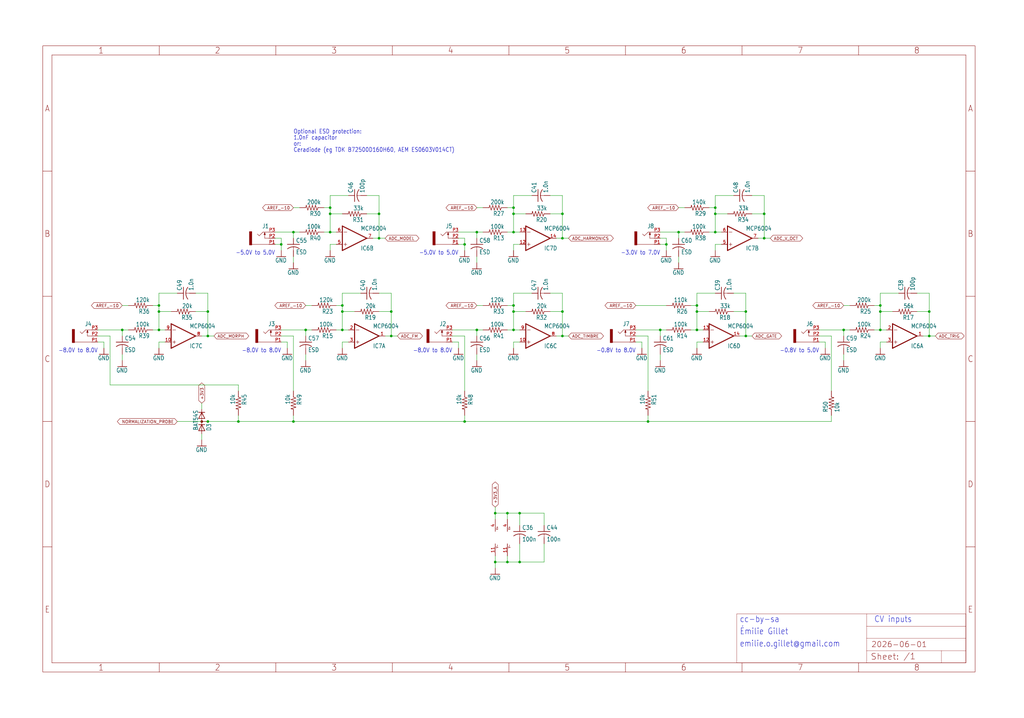
<source format=kicad_sch>
(kicad_sch (version 20231120) (generator "eeschema") (generator_version "8.0")
  (paper "User" 425.45 298.602)
  (lib_symbols
    (symbol "plaits4U-eagle-import:A3L-LOC"
      (symbol "A3L-LOC_1_0"
        (text "${#}/${##}" (at 357.505 5.08 0) (effects (font (size 2.54 2.54)) (justify left bottom)))
        (text "${CURRENT_DATE}" (at 344.17 10.16 0) (effects (font (size 2.286 2.286)) (justify left bottom)))
        (text "${PROJECTNAME}" (at 344.17 15.24 0) (effects (font (size 2.54 2.54)) (justify left bottom)))
        (text "1" (at 24.2094 1.905 0) (effects (font (size 2.54 2.286))))
        (text "1" (at 24.2094 258.445 0) (effects (font (size 2.54 2.286))))
        (text "2" (at 72.6281 1.905 0) (effects (font (size 2.54 2.286))))
        (text "2" (at 72.6281 258.445 0) (effects (font (size 2.54 2.286))))
        (text "3" (at 121.0469 1.905 0) (effects (font (size 2.54 2.286))))
        (text "3" (at 121.0469 258.445 0) (effects (font (size 2.54 2.286))))
        (text "4" (at 169.4656 1.905 0) (effects (font (size 2.54 2.286))))
        (text "4" (at 169.4656 258.445 0) (effects (font (size 2.54 2.286))))
        (text "5" (at 217.8844 1.905 0) (effects (font (size 2.54 2.286))))
        (text "5" (at 217.8844 258.445 0) (effects (font (size 2.54 2.286))))
        (text "6" (at 266.3031 1.905 0) (effects (font (size 2.54 2.286))))
        (text "6" (at 266.3031 258.445 0) (effects (font (size 2.54 2.286))))
        (text "7" (at 314.7219 1.905 0) (effects (font (size 2.54 2.286))))
        (text "7" (at 314.7219 258.445 0) (effects (font (size 2.54 2.286))))
        (text "8" (at 363.1406 1.905 0) (effects (font (size 2.54 2.286))))
        (text "8" (at 363.1406 258.445 0) (effects (font (size 2.54 2.286))))
        (text "A" (at 1.905 234.315 0) (effects (font (size 2.54 2.286))))
        (text "A" (at 385.445 234.315 0) (effects (font (size 2.54 2.286))))
        (text "B" (at 1.905 182.245 0) (effects (font (size 2.54 2.286))))
        (text "B" (at 385.445 182.245 0) (effects (font (size 2.54 2.286))))
        (text "C" (at 1.905 130.175 0) (effects (font (size 2.54 2.286))))
        (text "C" (at 385.445 130.175 0) (effects (font (size 2.54 2.286))))
        (text "D" (at 1.905 78.105 0) (effects (font (size 2.54 2.286))))
        (text "D" (at 385.445 78.105 0) (effects (font (size 2.54 2.286))))
        (text "E" (at 1.905 26.035 0) (effects (font (size 2.54 2.286))))
        (text "E" (at 385.445 26.035 0) (effects (font (size 2.54 2.286))))
        (text "Sheet:" (at 343.916 4.953 0) (effects (font (size 2.54 2.54)) (justify left bottom)))
      )
    )
    (symbol "plaits4U-eagle-import:C-USC0402"
      (property "Reference" "C" (at 1.016 0.635 0))
      (symbol "C-USC0402_1_0"
        (pin passive line (at 0 2.54 270) (length 2.54) (name "1") (number "1"))
        (pin passive line (at 0 -5.08 90) (length 2.54) (name "2") (number "2"))
      )
    )
    (symbol "plaits4U-eagle-import:C-USC0603"
      (property "Reference" "C" (at 1.016 0.635 0))
      (symbol "C-USC0603_1_0"
        (pin passive line (at 0 2.54 270) (length 2.54) (name "1") (number "1"))
        (pin passive line (at 0 -5.08 90) (length 2.54) (name "2") (number "2"))
      )
    )
    (symbol "plaits4U-eagle-import:DIODE_2CACA-SOT23"
      (property "Reference" "D" (at 0.762 2.0066 0))
      (symbol "DIODE_2CACA-SOT23_1_0"
        (pin passive line (at 5.08 0 180) (length 2.54) (name "A") (number "1"))
        (pin passive line (at -5.08 0 0) (length 2.54) (name "C") (number "2"))
        (pin passive line (at 0 2.54 270) (length 2.54) (name "AC") (number "3"))
      )
    )
    (symbol "plaits4U-eagle-import:GND" (power)
      (symbol "GND_1_0"
        (pin power_in line (at 0 2.54 270) (length 2.54) (name "GND") (number "1"))
      )
    )
    (symbol "plaits4U-eagle-import:PJ301_THONKICONN6"
      (property "Reference" "J" (at -2.54 4.064 0))
      (symbol "PJ301_THONKICONN6_1_0"
        (pin passive line (at -5.08 -2.54 0) (length 2.54) (name "1") (number "P1"))
        (pin passive line (at -5.08 0 0) (length 2.54) (name "2") (number "P2"))
        (pin passive line (at -5.08 2.54 0) (length 2.54) (name "3") (number "P3"))
      )
    )
    (symbol "plaits4U-eagle-import:R-US_R0402"
      (property "Reference" "R" (at -3.81 1.4986 0))
      (symbol "R-US_R0402_1_0"
        (pin passive line (at -5.08 0 0) (length 2.54) (name "1") (number "1"))
        (pin passive line (at 5.08 0 180) (length 2.54) (name "2") (number "2"))
      )
    )
    (symbol "plaits4U-eagle-import:TL074PW"
      (symbol "TL074PW_1_0"
        (pin output line (at 7.62 0 180) (length 2.54) (name "OUT") (number "1"))
        (pin input line (at -7.62 -2.54 0) (length 2.54) (name "-IN") (number "2"))
        (pin input line (at -7.62 2.54 0) (length 2.54) (name "+IN") (number "3"))
      )
      (symbol "TL074PW_2_0"
        (pin input line (at -7.62 2.54 0) (length 2.54) (name "+IN") (number "5"))
        (pin input line (at -7.62 -2.54 0) (length 2.54) (name "-IN") (number "6"))
        (pin output line (at 7.62 0 180) (length 2.54) (name "OUT") (number "7"))
      )
      (symbol "TL074PW_3_0"
        (pin input line (at -7.62 2.54 0) (length 2.54) (name "+IN") (number "10"))
        (pin output line (at 7.62 0 180) (length 2.54) (name "OUT") (number "8"))
        (pin input line (at -7.62 -2.54 0) (length 2.54) (name "-IN") (number "9"))
      )
      (symbol "TL074PW_4_0"
        (pin input line (at -7.62 2.54 0) (length 2.54) (name "+IN") (number "12"))
        (pin input line (at -7.62 -2.54 0) (length 2.54) (name "-IN") (number "13"))
        (pin output line (at 7.62 0 180) (length 2.54) (name "OUT") (number "14"))
      )
      (symbol "TL074PW_5_0"
        (text "V+" (at 1.27 3.175 900) (effects (font (size 0.8128 0.6908)) (justify left bottom)))
        (text "V-" (at 1.27 -4.445 900) (effects (font (size 0.8128 0.6908)) (justify left bottom)))
        (pin power_in line (at 0 -7.62 90) (length 5.08) (name "V-") (number "11"))
        (pin power_in line (at 0 7.62 270) (length 5.08) (name "V+") (number "4"))
      )
    )
  )
  (junction (at 233.68 88.9))
  (junction (at 365.76 129.54))
  (junction (at 297.18 96.52))
  (junction (at 309.88 129.54))
  (junction (at 386.08 129.54))
  (junction (at 66.04 127))
  (junction (at 289.56 129.54))
  (junction (at 205.74 233.68))
  (junction (at 274.32 137.16))
  (junction (at 213.36 96.52))
  (junction (at 157.48 88.9))
  (junction (at 137.16 96.52))
  (junction (at 289.56 137.16))
  (junction (at 142.24 137.16))
  (junction (at 365.76 127))
  (junction (at 157.48 99.06))
  (junction (at 198.12 96.52))
  (junction (at 121.92 175.26))
  (junction (at 121.92 96.52))
  (junction (at 99.06 175.26))
  (junction (at 317.5 99.06))
  (junction (at 233.68 129.54))
  (junction (at 365.76 137.16))
  (junction (at 193.04 101.6))
  (junction (at 137.16 86.36))
  (junction (at 66.04 137.16))
  (junction (at 86.36 129.54))
  (junction (at 317.5 88.9))
  (junction (at 213.36 86.36))
  (junction (at 142.24 127))
  (junction (at 66.04 129.54))
  (junction (at 127 137.16))
  (junction (at 215.9 213.36))
  (junction (at 210.82 213.36))
  (junction (at 309.88 139.7))
  (junction (at 386.08 139.7))
  (junction (at 86.36 139.7))
  (junction (at 233.68 139.7))
  (junction (at 210.82 233.68))
  (junction (at 205.74 213.36))
  (junction (at 276.86 101.6))
  (junction (at 269.24 175.26))
  (junction (at 86.36 175.26))
  (junction (at 350.52 137.16))
  (junction (at 50.8 137.16))
  (junction (at 213.36 88.9))
  (junction (at 297.18 88.9))
  (junction (at 297.18 86.36))
  (junction (at 213.36 127))
  (junction (at 137.16 88.9))
  (junction (at 198.12 137.16))
  (junction (at 281.94 96.52))
  (junction (at 233.68 99.06))
  (junction (at 142.24 129.54))
  (junction (at 116.84 101.6))
  (junction (at 162.56 139.7))
  (junction (at 162.56 129.54))
  (junction (at 213.36 129.54))
  (junction (at 215.9 233.68))
  (junction (at 193.04 175.26))
  (junction (at 289.56 127))
  (junction (at 213.36 137.16))
  (wire (pts (xy 45.72 160.02) (xy 99.06 160.02)) (stroke (width 0.1524)))
  (wire (pts (xy 187.96 142.24) (xy 190.5 142.24)) (stroke (width 0.1524)))
  (wire (pts (xy 363.22 127) (xy 365.76 127)) (stroke (width 0.1524)))
  (wire (pts (xy 86.36 139.7) (xy 83.82 139.7)) (stroke (width 0.1524)))
  (wire (pts (xy 210.82 96.52) (xy 213.36 96.52)) (stroke (width 0.1524)))
  (wire (pts (xy 198.12 106.68) (xy 198.12 109.22)) (stroke (width 0.1524)))
  (wire (pts (xy 116.84 101.6) (xy 116.84 104.14)) (stroke (width 0.1524)))
  (wire (pts (xy 157.48 88.9) (xy 157.48 99.06)) (stroke (width 0.1524)))
  (wire (pts (xy 40.64 142.24) (xy 43.18 142.24)) (stroke (width 0.1524)))
  (wire (pts (xy 289.56 129.54) (xy 289.56 137.16)) (stroke (width 0.1524)))
  (wire (pts (xy 134.62 86.36) (xy 137.16 86.36)) (stroke (width 0.1524)))
  (wire (pts (xy 139.7 137.16) (xy 142.24 137.16)) (stroke (width 0.1524)))
  (wire (pts (xy 50.8 139.7) (xy 50.8 137.16)) (stroke (width 0.1524)))
  (wire (pts (xy 215.9 213.36) (xy 226.06 213.36)) (stroke (width 0.1524)))
  (wire (pts (xy 213.36 101.6) (xy 213.36 104.14)) (stroke (width 0.1524)))
  (wire (pts (xy 215.9 101.6) (xy 213.36 101.6)) (stroke (width 0.1524)))
  (wire (pts (xy 289.56 137.16) (xy 292.1 137.16)) (stroke (width 0.1524)))
  (wire (pts (xy 121.92 175.26) (xy 99.06 175.26)) (stroke (width 0.1524)))
  (wire (pts (xy 137.16 101.6) (xy 137.16 104.14)) (stroke (width 0.1524)))
  (wire (pts (xy 297.18 121.92) (xy 289.56 121.92)) (stroke (width 0.1524)))
  (wire (pts (xy 66.04 129.54) (xy 66.04 137.16)) (stroke (width 0.1524)))
  (wire (pts (xy 116.84 137.16) (xy 127 137.16)) (stroke (width 0.1524)))
  (wire (pts (xy 193.04 99.06) (xy 193.04 101.6)) (stroke (width 0.1524)))
  (wire (pts (xy 228.6 88.9) (xy 233.68 88.9)) (stroke (width 0.1524)))
  (wire (pts (xy 193.04 139.7) (xy 193.04 162.56)) (stroke (width 0.1524)))
  (wire (pts (xy 190.5 101.6) (xy 193.04 101.6)) (stroke (width 0.1524)))
  (wire (pts (xy 205.74 233.68) (xy 210.82 233.68)) (stroke (width 0.1524)))
  (wire (pts (xy 121.92 139.7) (xy 121.92 162.56)) (stroke (width 0.1524)))
  (wire (pts (xy 287.02 137.16) (xy 289.56 137.16)) (stroke (width 0.1524)))
  (wire (pts (xy 142.24 88.9) (xy 137.16 88.9)) (stroke (width 0.1524)))
  (wire (pts (xy 340.36 139.7) (xy 345.44 139.7)) (stroke (width 0.1524)))
  (wire (pts (xy 190.5 142.24) (xy 190.5 144.78)) (stroke (width 0.1524)))
  (wire (pts (xy 317.5 99.06) (xy 314.96 99.06)) (stroke (width 0.1524)))
  (wire (pts (xy 205.74 215.9) (xy 205.74 213.36)) (stroke (width 0.1524)))
  (wire (pts (xy 114.3 101.6) (xy 116.84 101.6)) (stroke (width 0.1524)))
  (wire (pts (xy 309.88 139.7) (xy 307.34 139.7)) (stroke (width 0.1524)))
  (wire (pts (xy 297.18 101.6) (xy 297.18 104.14)) (stroke (width 0.1524)))
  (wire (pts (xy 353.06 127) (xy 350.52 127)) (stroke (width 0.1524)))
  (wire (pts (xy 210.82 127) (xy 213.36 127)) (stroke (width 0.1524)))
  (wire (pts (xy 340.36 137.16) (xy 350.52 137.16)) (stroke (width 0.1524)))
  (wire (pts (xy 215.9 213.36) (xy 215.9 218.44)) (stroke (width 0.1524)))
  (wire (pts (xy 66.04 127) (xy 66.04 129.54)) (stroke (width 0.1524)))
  (wire (pts (xy 121.92 99.06) (xy 121.92 96.52)) (stroke (width 0.1524)))
  (wire (pts (xy 162.56 139.7) (xy 160.02 139.7)) (stroke (width 0.1524)))
  (wire (pts (xy 198.12 137.16) (xy 198.12 139.7)) (stroke (width 0.1524)))
  (wire (pts (xy 142.24 142.24) (xy 142.24 144.78)) (stroke (width 0.1524)))
  (wire (pts (xy 198.12 99.06) (xy 198.12 96.52)) (stroke (width 0.1524)))
  (wire (pts (xy 264.16 142.24) (xy 266.7 142.24)) (stroke (width 0.1524)))
  (wire (pts (xy 289.56 142.24) (xy 289.56 144.78)) (stroke (width 0.1524)))
  (wire (pts (xy 284.48 86.36) (xy 281.94 86.36)) (stroke (width 0.1524)))
  (wire (pts (xy 127 139.7) (xy 127 137.16)) (stroke (width 0.1524)))
  (wire (pts (xy 381 121.92) (xy 386.08 121.92)) (stroke (width 0.1524)))
  (wire (pts (xy 127 147.32) (xy 127 149.86)) (stroke (width 0.1524)))
  (wire (pts (xy 297.18 86.36) (xy 297.18 88.9)) (stroke (width 0.1524)))
  (wire (pts (xy 386.08 121.92) (xy 386.08 129.54)) (stroke (width 0.1524)))
  (wire (pts (xy 190.5 99.06) (xy 193.04 99.06)) (stroke (width 0.1524)))
  (wire (pts (xy 345.44 139.7) (xy 345.44 162.56)) (stroke (width 0.1524)))
  (wire (pts (xy 121.92 175.26) (xy 193.04 175.26)) (stroke (width 0.1524)))
  (wire (pts (xy 121.92 106.68) (xy 121.92 109.22)) (stroke (width 0.1524)))
  (wire (pts (xy 200.66 137.16) (xy 198.12 137.16)) (stroke (width 0.1524)))
  (wire (pts (xy 40.64 137.16) (xy 50.8 137.16)) (stroke (width 0.1524)))
  (wire (pts (xy 304.8 121.92) (xy 309.88 121.92)) (stroke (width 0.1524)))
  (wire (pts (xy 210.82 233.68) (xy 215.9 233.68)) (stroke (width 0.1524)))
  (wire (pts (xy 144.78 142.24) (xy 142.24 142.24)) (stroke (width 0.1524)))
  (wire (pts (xy 304.8 129.54) (xy 309.88 129.54)) (stroke (width 0.1524)))
  (wire (pts (xy 193.04 175.26) (xy 193.04 172.72)) (stroke (width 0.1524)))
  (wire (pts (xy 198.12 147.32) (xy 198.12 149.86)) (stroke (width 0.1524)))
  (wire (pts (xy 340.36 142.24) (xy 342.9 142.24)) (stroke (width 0.1524)))
  (wire (pts (xy 281.94 96.52) (xy 284.48 96.52)) (stroke (width 0.1524)))
  (wire (pts (xy 81.28 121.92) (xy 86.36 121.92)) (stroke (width 0.1524)))
  (wire (pts (xy 213.36 96.52) (xy 215.9 96.52)) (stroke (width 0.1524)))
  (wire (pts (xy 317.5 99.06) (xy 320.04 99.06)) (stroke (width 0.1524)))
  (wire (pts (xy 43.18 142.24) (xy 43.18 144.78)) (stroke (width 0.1524)))
  (wire (pts (xy 294.64 129.54) (xy 289.56 129.54)) (stroke (width 0.1524)))
  (wire (pts (xy 193.04 175.26) (xy 269.24 175.26)) (stroke (width 0.1524)))
  (wire (pts (xy 228.6 129.54) (xy 233.68 129.54)) (stroke (width 0.1524)))
  (wire (pts (xy 233.68 139.7) (xy 236.22 139.7)) (stroke (width 0.1524)))
  (wire (pts (xy 228.6 121.92) (xy 233.68 121.92)) (stroke (width 0.1524)))
  (wire (pts (xy 373.38 121.92) (xy 365.76 121.92)) (stroke (width 0.1524)))
  (wire (pts (xy 86.36 175.26) (xy 73.66 175.26)) (stroke (width 0.1524)))
  (wire (pts (xy 233.68 99.06) (xy 231.14 99.06)) (stroke (width 0.1524)))
  (wire (pts (xy 45.72 139.7) (xy 45.72 160.02)) (stroke (width 0.1524)))
  (wire (pts (xy 142.24 137.16) (xy 144.78 137.16)) (stroke (width 0.1524)))
  (wire (pts (xy 200.66 127) (xy 198.12 127)) (stroke (width 0.1524)))
  (wire (pts (xy 213.36 86.36) (xy 213.36 88.9)) (stroke (width 0.1524)))
  (wire (pts (xy 157.48 99.06) (xy 154.94 99.06)) (stroke (width 0.1524)))
  (wire (pts (xy 142.24 127) (xy 142.24 129.54)) (stroke (width 0.1524)))
  (wire (pts (xy 86.36 175.26) (xy 99.06 175.26)) (stroke (width 0.1524)))
  (wire (pts (xy 210.82 215.9) (xy 210.82 213.36)) (stroke (width 0.1524)))
  (wire (pts (xy 233.68 129.54) (xy 233.68 139.7)) (stroke (width 0.1524)))
  (wire (pts (xy 304.8 81.28) (xy 297.18 81.28)) (stroke (width 0.1524)))
  (wire (pts (xy 162.56 121.92) (xy 162.56 129.54)) (stroke (width 0.1524)))
  (wire (pts (xy 121.92 172.72) (xy 121.92 175.26)) (stroke (width 0.1524)))
  (wire (pts (xy 139.7 127) (xy 142.24 127)) (stroke (width 0.1524)))
  (wire (pts (xy 294.64 96.52) (xy 297.18 96.52)) (stroke (width 0.1524)))
  (wire (pts (xy 215.9 233.68) (xy 226.06 233.68)) (stroke (width 0.1524)))
  (wire (pts (xy 215.9 233.68) (xy 215.9 226.06)) (stroke (width 0.1524)))
  (wire (pts (xy 81.28 129.54) (xy 86.36 129.54)) (stroke (width 0.1524)))
  (wire (pts (xy 289.56 121.92) (xy 289.56 127)) (stroke (width 0.1524)))
  (wire (pts (xy 198.12 96.52) (xy 200.66 96.52)) (stroke (width 0.1524)))
  (wire (pts (xy 68.58 142.24) (xy 66.04 142.24)) (stroke (width 0.1524)))
  (wire (pts (xy 50.8 137.16) (xy 53.34 137.16)) (stroke (width 0.1524)))
  (wire (pts (xy 137.16 81.28) (xy 137.16 86.36)) (stroke (width 0.1524)))
  (wire (pts (xy 281.94 99.06) (xy 281.94 96.52)) (stroke (width 0.1524)))
  (wire (pts (xy 66.04 121.92) (xy 66.04 127)) (stroke (width 0.1524)))
  (wire (pts (xy 350.52 137.16) (xy 350.52 139.7)) (stroke (width 0.1524)))
  (wire (pts (xy 190.5 96.52) (xy 198.12 96.52)) (stroke (width 0.1524)))
  (wire (pts (xy 114.3 99.06) (xy 116.84 99.06)) (stroke (width 0.1524)))
  (wire (pts (xy 299.72 101.6) (xy 297.18 101.6)) (stroke (width 0.1524)))
  (wire (pts (xy 345.44 172.72) (xy 345.44 175.26)) (stroke (width 0.1524)))
  (wire (pts (xy 365.76 129.54) (xy 365.76 137.16)) (stroke (width 0.1524)))
  (wire (pts (xy 205.74 233.68) (xy 205.74 236.22)) (stroke (width 0.1524)))
  (wire (pts (xy 127 137.16) (xy 129.54 137.16)) (stroke (width 0.1524)))
  (wire (pts (xy 218.44 88.9) (xy 213.36 88.9)) (stroke (width 0.1524)))
  (wire (pts (xy 365.76 137.16) (xy 368.3 137.16)) (stroke (width 0.1524)))
  (wire (pts (xy 210.82 137.16) (xy 213.36 137.16)) (stroke (width 0.1524)))
  (wire (pts (xy 162.56 129.54) (xy 162.56 139.7)) (stroke (width 0.1524)))
  (wire (pts (xy 226.06 213.36) (xy 226.06 218.44)) (stroke (width 0.1524)))
  (wire (pts (xy 66.04 142.24) (xy 66.04 144.78)) (stroke (width 0.1524)))
  (wire (pts (xy 317.5 88.9) (xy 317.5 99.06)) (stroke (width 0.1524)))
  (wire (pts (xy 121.92 96.52) (xy 124.46 96.52)) (stroke (width 0.1524)))
  (wire (pts (xy 149.86 121.92) (xy 142.24 121.92)) (stroke (width 0.1524)))
  (wire (pts (xy 386.08 139.7) (xy 388.62 139.7)) (stroke (width 0.1524)))
  (wire (pts (xy 144.78 81.28) (xy 137.16 81.28)) (stroke (width 0.1524)))
  (wire (pts (xy 264.16 139.7) (xy 269.24 139.7)) (stroke (width 0.1524)))
  (wire (pts (xy 213.36 137.16) (xy 215.9 137.16)) (stroke (width 0.1524)))
  (wire (pts (xy 137.16 96.52) (xy 139.7 96.52)) (stroke (width 0.1524)))
  (wire (pts (xy 157.48 81.28) (xy 157.48 88.9)) (stroke (width 0.1524)))
  (wire (pts (xy 40.64 139.7) (xy 45.72 139.7)) (stroke (width 0.1524)))
  (wire (pts (xy 274.32 101.6) (xy 276.86 101.6)) (stroke (width 0.1524)))
  (wire (pts (xy 129.54 127) (xy 127 127)) (stroke (width 0.1524)))
  (wire (pts (xy 137.16 86.36) (xy 137.16 88.9)) (stroke (width 0.1524)))
  (wire (pts (xy 312.42 81.28) (xy 317.5 81.28)) (stroke (width 0.1524)))
  (wire (pts (xy 302.26 88.9) (xy 297.18 88.9)) (stroke (width 0.1524)))
  (wire (pts (xy 205.74 231.14) (xy 205.74 233.68)) (stroke (width 0.1524)))
  (wire (pts (xy 213.36 142.24) (xy 213.36 144.78)) (stroke (width 0.1524)))
  (wire (pts (xy 124.46 86.36) (xy 121.92 86.36)) (stroke (width 0.1524)))
  (wire (pts (xy 119.38 142.24) (xy 119.38 144.78)) (stroke (width 0.1524)))
  (wire (pts (xy 157.48 129.54) (xy 162.56 129.54)) (stroke (width 0.1524)))
  (wire (pts (xy 157.48 121.92) (xy 162.56 121.92)) (stroke (width 0.1524)))
  (wire (pts (xy 281.94 106.68) (xy 281.94 109.22)) (stroke (width 0.1524)))
  (wire (pts (xy 233.68 99.06) (xy 236.22 99.06)) (stroke (width 0.1524)))
  (wire (pts (xy 233.68 81.28) (xy 233.68 88.9)) (stroke (width 0.1524)))
  (wire (pts (xy 276.86 99.06) (xy 276.86 101.6)) (stroke (width 0.1524)))
  (wire (pts (xy 317.5 81.28) (xy 317.5 88.9)) (stroke (width 0.1524)))
  (wire (pts (xy 274.32 99.06) (xy 276.86 99.06)) (stroke (width 0.1524)))
  (wire (pts (xy 116.84 99.06) (xy 116.84 101.6)) (stroke (width 0.1524)))
  (wire (pts (xy 274.32 96.52) (xy 281.94 96.52)) (stroke (width 0.1524)))
  (wire (pts (xy 312.42 88.9) (xy 317.5 88.9)) (stroke (width 0.1524)))
  (wire (pts (xy 269.24 139.7) (xy 269.24 162.56)) (stroke (width 0.1524)))
  (wire (pts (xy 53.34 127) (xy 50.8 127)) (stroke (width 0.1524)))
  (wire (pts (xy 370.84 129.54) (xy 365.76 129.54)) (stroke (width 0.1524)))
  (wire (pts (xy 276.86 101.6) (xy 276.86 104.14)) (stroke (width 0.1524)))
  (wire (pts (xy 218.44 129.54) (xy 213.36 129.54)) (stroke (width 0.1524)))
  (wire (pts (xy 213.36 121.92) (xy 213.36 127)) (stroke (width 0.1524)))
  (wire (pts (xy 83.82 180.34) (xy 83.82 182.88)) (stroke (width 0.1524)))
  (wire (pts (xy 213.36 127) (xy 213.36 129.54)) (stroke (width 0.1524)))
  (wire (pts (xy 264.16 137.16) (xy 274.32 137.16)) (stroke (width 0.1524)))
  (wire (pts (xy 233.68 139.7) (xy 231.14 139.7)) (stroke (width 0.1524)))
  (wire (pts (xy 71.12 129.54) (xy 66.04 129.54)) (stroke (width 0.1524)))
  (wire (pts (xy 342.9 142.24) (xy 342.9 144.78)) (stroke (width 0.1524)))
  (wire (pts (xy 210.82 231.14) (xy 210.82 233.68)) (stroke (width 0.1524)))
  (wire (pts (xy 269.24 175.26) (xy 269.24 172.72)) (stroke (width 0.1524)))
  (wire (pts (xy 365.76 142.24) (xy 365.76 144.78)) (stroke (width 0.1524)))
  (wire (pts (xy 297.18 96.52) (xy 299.72 96.52)) (stroke (width 0.1524)))
  (wire (pts (xy 86.36 129.54) (xy 86.36 139.7)) (stroke (width 0.1524)))
  (wire (pts (xy 193.04 101.6) (xy 193.04 104.14)) (stroke (width 0.1524)))
  (wire (pts (xy 86.36 139.7) (xy 88.9 139.7)) (stroke (width 0.1524)))
  (wire (pts (xy 213.36 88.9) (xy 213.36 96.52)) (stroke (width 0.1524)))
  (wire (pts (xy 63.5 137.16) (xy 66.04 137.16)) (stroke (width 0.1524)))
  (wire (pts (xy 187.96 137.16) (xy 198.12 137.16)) (stroke (width 0.1524)))
  (wire (pts (xy 292.1 142.24) (xy 289.56 142.24)) (stroke (width 0.1524)))
  (wire (pts (xy 368.3 142.24) (xy 365.76 142.24)) (stroke (width 0.1524)))
  (wire (pts (xy 350.52 147.32) (xy 350.52 149.86)) (stroke (width 0.1524)))
  (wire (pts (xy 99.06 172.72) (xy 99.06 175.26)) (stroke (width 0.1524)))
  (wire (pts (xy 116.84 139.7) (xy 121.92 139.7)) (stroke (width 0.1524)))
  (wire (pts (xy 274.32 137.16) (xy 274.32 139.7)) (stroke (width 0.1524)))
  (wire (pts (xy 210.82 86.36) (xy 213.36 86.36)) (stroke (width 0.1524)))
  (wire (pts (xy 350.52 137.16) (xy 353.06 137.16)) (stroke (width 0.1524)))
  (wire (pts (xy 205.74 213.36) (xy 205.74 210.82)) (stroke (width 0.1524)))
  (wire (pts (xy 152.4 88.9) (xy 157.48 88.9)) (stroke (width 0.1524)))
  (wire (pts (xy 276.86 127) (xy 264.16 127)) (stroke (width 0.1524)))
  (wire (pts (xy 274.32 147.32) (xy 274.32 149.86)) (stroke (width 0.1524)))
  (wire (pts (xy 287.02 127) (xy 289.56 127)) (stroke (width 0.1524)))
  (wire (pts (xy 116.84 142.24) (xy 119.38 142.24)) (stroke (width 0.1524)))
  (wire (pts (xy 210.82 213.36) (xy 215.9 213.36)) (stroke (width 0.1524)))
  (wire (pts (xy 297.18 88.9) (xy 297.18 96.52)) (stroke (width 0.1524)))
  (wire (pts (xy 266.7 142.24) (xy 266.7 144.78)) (stroke (width 0.1524)))
  (wire (pts (xy 363.22 137.16) (xy 365.76 137.16)) (stroke (width 0.1524)))
  (wire (pts (xy 226.06 233.68) (xy 226.06 226.06)) (stroke (width 0.1524)))
  (wire (pts (xy 233.68 88.9) (xy 233.68 99.06)) (stroke (width 0.1524)))
  (wire (pts (xy 205.74 213.36) (xy 210.82 213.36)) (stroke (width 0.1524)))
  (wire (pts (xy 114.3 96.52) (xy 121.92 96.52)) (stroke (width 0.1524)))
  (wire (pts (xy 309.88 121.92) (xy 309.88 129.54)) (stroke (width 0.1524)))
  (wire (pts (xy 365.76 121.92) (xy 365.76 127)) (stroke (width 0.1524)))
  (wire (pts (xy 142.24 121.92) (xy 142.24 127)) (stroke (width 0.1524)))
  (wire (pts (xy 147.32 129.54) (xy 142.24 129.54)) (stroke (width 0.1524)))
  (wire (pts (xy 66.04 137.16) (xy 68.58 137.16)) (stroke (width 0.1524)))
  (wire (pts (xy 274.32 137.16) (xy 276.86 137.16)) (stroke (width 0.1524)))
  (wire (pts (xy 309.88 129.54) (xy 309.88 139.7)) (stroke (width 0.1524)))
  (wire (pts (xy 215.9 142.24) (xy 213.36 142.24)) (stroke (width 0.1524)))
  (wire (pts (xy 157.48 99.06) (xy 160.02 99.06)) (stroke (width 0.1524)))
  (wire (pts (xy 289.56 127) (xy 289.56 129.54)) (stroke (width 0.1524)))
  (wire (pts (xy 386.08 129.54) (xy 386.08 139.7)) (stroke (width 0.1524)))
  (wire (pts (xy 187.96 139.7) (xy 193.04 139.7)) (stroke (width 0.1524)))
  (wire (pts (xy 220.98 81.28) (xy 213.36 81.28)) (stroke (width 0.1524)))
  (wire (pts (xy 365.76 127) (xy 365.76 129.54)) (stroke (width 0.1524)))
  (wire (pts (xy 152.4 81.28) (xy 157.48 81.28)) (stroke (width 0.1524)))
  (wire (pts (xy 228.6 81.28) (xy 233.68 81.28)) (stroke (width 0.1524)))
  (wire (pts (xy 99.06 160.02) (xy 99.06 162.56)) (stroke (width 0.1524)))
  (wire (pts (xy 309.88 139.7) (xy 312.42 139.7)) (stroke (width 0.1524)))
  (wire (pts (xy 213.36 81.28) (xy 213.36 86.36)) (stroke (width 0.1524)))
  (wire (pts (xy 345.44 175.26) (xy 269.24 175.26)) (stroke (width 0.1524)))
  (wire (pts (xy 383.54 139.7) (xy 386.08 139.7)) (stroke (width 0.1524)))
  (wire (pts (xy 294.64 86.36) (xy 297.18 86.36)) (stroke (width 0.1524)))
  (wire (pts (xy 200.66 86.36) (xy 198.12 86.36)) (stroke (width 0.1524)))
  (wire (pts (xy 139.7 101.6) (xy 137.16 101.6)) (stroke (width 0.1524)))
  (wire (pts (xy 213.36 129.54) (xy 213.36 137.16)) (stroke (width 0.1524)))
  (wire (pts (xy 220.98 121.92) (xy 213.36 121.92)) (stroke (width 0.1524)))
  (wire (pts (xy 162.56 139.7) (xy 165.1 139.7)) (stroke (width 0.1524)))
  (wire (pts (xy 86.36 121.92) (xy 86.36 129.54)) (stroke (width 0.1524)))
  (wire (pts (xy 134.62 96.52) (xy 137.16 96.52)) (stroke (width 0.1524)))
  (wire (pts (xy 233.68 121.92) (xy 233.68 129.54)) (stroke (width 0.1524)))
  (wire (pts (xy 137.16 88.9) (xy 137.16 96.52)) (stroke (width 0.1524)))
  (wire (pts (xy 142.24 129.54) (xy 142.24 137.16)) (stroke (width 0.1524)))
  (wire (pts (xy 381 129.54) (xy 386.08 129.54)) (stroke (width 0.1524)))
  (wire (pts (xy 83.82 170.18) (xy 83.82 167.64)) (stroke (width 0.1524)))
  (wire (pts (xy 50.8 147.32) (xy 50.8 149.86)) (stroke (width 0.1524)))
  (wire (pts (xy 73.66 121.92) (xy 66.04 121.92)) (stroke (width 0.1524)))
  (wire (pts (xy 297.18 81.28) (xy 297.18 86.36)) (stroke (width 0.1524)))
  (wire (pts (xy 63.5 127) (xy 66.04 127)) (stroke (width 0.1524)))
  (text "cc-by-sa" (at 307.34 259.08 0) (effects (font (size 2.54 2.159)) (justify left bottom)))
  (text "emilie.o.gillet@gmail.com" (at 307.34 269.24 0) (effects (font (size 2.54 2.159)) (justify left bottom)))
  (text "-3.0V to 7.0V" (at 274.32 104.14 0) (effects (font (size 1.778 1.5113)) (justify right top)))
  (text "Ceradiode (eg TDK B72500D160H60, AEM ES0603V014CT)" (at 121.92 63.5 0) (effects (font (size 1.778 1.5113)) (justify left bottom)))
  (text "CV inputs" (at 363.22 259.08 0) (effects (font (size 2.54 2.159)) (justify left bottom)))
  (text "Émilie Gillet" (at 307.34 264.16 0) (effects (font (size 2.54 2.159)) (justify left bottom)))
  (text "-0.8V to 5.0V" (at 340.36 144.78 0) (effects (font (size 1.778 1.5113)) (justify right top)))
  (text "or:" (at 121.92 60.96 0) (effects (font (size 1.778 1.5113)) (justify left bottom)))
  (text "-8.0V to 8.0V" (at 187.96 144.78 0) (effects (font (size 1.778 1.5113)) (justify right top)))
  (text "-5.0V to 5.0V" (at 190.5 104.14 0) (effects (font (size 1.778 1.5113)) (justify right top)))
  (text "Optional ESD protection:" (at 121.92 55.88 0) (effects (font (size 1.778 1.5113)) (justify left bottom)))
  (text "-5.0V to 5.0V" (at 114.3 104.14 0) (effects (font (size 1.778 1.5113)) (justify right top)))
  (text "-8.0V to 8.0V" (at 40.64 144.78 0) (effects (font (size 1.778 1.5113)) (justify right top)))
  (text "-8.0V to 8.0V" (at 116.84 144.78 0) (effects (font (size 1.778 1.5113)) (justify right top)))
  (text "1.0nF capacitor" (at 121.92 58.42 0) (effects (font (size 1.778 1.5113)) (justify left bottom)))
  (text "-0.8V to 8.0V" (at 264.16 144.78 0) (effects (font (size 1.778 1.5113)) (justify right top)))
  (global_label "AREF_-10" (shape bidirectional) (at 281.94 86.36 180) (effects (font (size 1.2446 1.2446))) (property "Intersheetrefs" "${INTERSHEET_REFS}" (effects (hide yes))))
  (global_label "+3V3_A" (shape bidirectional) (at 205.74 210.82 90) (effects (font (size 1.2446 1.2446))) (property "Intersheetrefs" "${INTERSHEET_REFS}" (effects (hide yes))))
  (global_label "AREF_-10" (shape bidirectional) (at 198.12 86.36 180) (effects (font (size 1.2446 1.2446))) (property "Intersheetrefs" "${INTERSHEET_REFS}" (effects (hide yes))))
  (global_label "ADC_MORPH" (shape bidirectional) (at 88.9 139.7 0) (effects (font (size 1.2446 1.2446))) (property "Intersheetrefs" "${INTERSHEET_REFS}" (effects (hide yes))))
  (global_label "ADC_TRIG" (shape bidirectional) (at 388.62 139.7 0) (effects (font (size 1.2446 1.2446))) (property "Intersheetrefs" "${INTERSHEET_REFS}" (effects (hide yes))))
  (global_label "ADC_GATE" (shape bidirectional) (at 312.42 139.7 0) (effects (font (size 1.2446 1.2446))) (property "Intersheetrefs" "${INTERSHEET_REFS}" (effects (hide yes))))
  (global_label "ADC_FM" (shape bidirectional) (at 165.1 139.7 0) (effects (font (size 1.2446 1.2446))) (property "Intersheetrefs" "${INTERSHEET_REFS}" (effects (hide yes))))
  (global_label "AREF_-10" (shape bidirectional) (at 127 127 180) (effects (font (size 1.2446 1.2446))) (property "Intersheetrefs" "${INTERSHEET_REFS}" (effects (hide yes))))
  (global_label "NORMALIZATION_PROBE" (shape bidirectional) (at 73.66 175.26 180) (effects (font (size 1.2446 1.2446))) (property "Intersheetrefs" "${INTERSHEET_REFS}" (effects (hide yes))))
  (global_label "AREF_-10" (shape bidirectional) (at 198.12 127 180) (effects (font (size 1.2446 1.2446))) (property "Intersheetrefs" "${INTERSHEET_REFS}" (effects (hide yes))))
  (global_label "AREF_-10" (shape bidirectional) (at 350.52 127 180) (effects (font (size 1.2446 1.2446))) (property "Intersheetrefs" "${INTERSHEET_REFS}" (effects (hide yes))))
  (global_label "AREF_-10" (shape bidirectional) (at 264.16 127 180) (effects (font (size 1.2446 1.2446))) (property "Intersheetrefs" "${INTERSHEET_REFS}" (effects (hide yes))))
  (global_label "ADC_HARMONICS" (shape bidirectional) (at 236.22 99.06 0) (effects (font (size 1.2446 1.2446))) (property "Intersheetrefs" "${INTERSHEET_REFS}" (effects (hide yes))))
  (global_label "ADC_MODEL" (shape bidirectional) (at 160.02 99.06 0) (effects (font (size 1.2446 1.2446))) (property "Intersheetrefs" "${INTERSHEET_REFS}" (effects (hide yes))))
  (global_label "+3V3" (shape bidirectional) (at 83.82 167.64 90) (effects (font (size 1.2446 1.2446))) (property "Intersheetrefs" "${INTERSHEET_REFS}" (effects (hide yes))))
  (global_label "AREF_-10" (shape bidirectional) (at 50.8 127 180) (effects (font (size 1.2446 1.2446))) (property "Intersheetrefs" "${INTERSHEET_REFS}" (effects (hide yes))))
  (global_label "ADC_TIMBRE" (shape bidirectional) (at 236.22 139.7 0) (effects (font (size 1.2446 1.2446))) (property "Intersheetrefs" "${INTERSHEET_REFS}" (effects (hide yes))))
  (global_label "AREF_-10" (shape bidirectional) (at 121.92 86.36 180) (effects (font (size 1.2446 1.2446))) (property "Intersheetrefs" "${INTERSHEET_REFS}" (effects (hide yes))))
  (global_label "ADC_V_OCT" (shape bidirectional) (at 320.04 99.06 0) (effects (font (size 1.2446 1.2446))) (property "Intersheetrefs" "${INTERSHEET_REFS}" (effects (hide yes))))
  (symbol (lib_id "plaits4U-eagle-import:R-US_R0402") (at 129.54 86.36 180) (unit 1)
    (property "Reference" "R30" (at 133.35 87.8586 0) (effects (font (size 1.778 1.5113)) (justify left bottom)))
    (property "Value" "200k" (at 133.35 83.058 0) (effects (font (size 1.778 1.5113)) (justify left bottom)))
    (property "Footprint" "plaits4U:R0402" (effects (hide yes)))
  )
  (symbol (lib_id "plaits4U-eagle-import:R-US_R0402") (at 152.4 129.54 180) (unit 1)
    (property "Reference" "R19" (at 156.21 131.0386 0) (effects (font (size 1.778 1.5113)) (justify left bottom)))
    (property "Value" "20k" (at 156.21 126.238 0) (effects (font (size 1.778 1.5113)) (justify left bottom)))
    (property "Footprint" "plaits4U:R0402" (effects (hide yes)))
  )
  (symbol (lib_id "plaits4U-eagle-import:C-USC0603") (at 350.52 142.24 0) (unit 1)
    (property "Reference" "C59" (at 351.536 141.605 0) (effects (font (size 1.778 1.5113)) (justify left bottom)))
    (property "Value" "ESD" (at 351.536 146.431 0) (effects (font (size 1.778 1.5113)) (justify left bottom)))
    (property "Footprint" "plaits4U:C0603" (effects (hide yes)))
  )
  (symbol (lib_id "plaits4U-eagle-import:R-US_R0402") (at 205.74 127 180) (unit 1)
    (property "Reference" "R33" (at 209.55 128.4986 0) (effects (font (size 1.778 1.5113)) (justify left bottom)))
    (property "Value" "120k" (at 209.55 123.698 0) (effects (font (size 1.778 1.5113)) (justify left bottom)))
    (property "Footprint" "plaits4U:R0402" (effects (hide yes)))
  )
  (symbol (lib_id "plaits4U-eagle-import:PJ301_THONKICONN6") (at 109.22 99.06 0) (mirror y) (unit 1)
    (property "Reference" "J1" (at 111.76 94.996 0) (effects (font (size 1.778 1.5113)) (justify left bottom)))
    (property "Value" "PJ301_THONKICONN6" (effects (hide yes)))
    (property "Footprint" "plaits4U:WQP_PJ_301M6" (effects (hide yes)))
  )
  (symbol (lib_id "plaits4U-eagle-import:GND") (at 142.24 147.32 0) (unit 1)
    (property "Reference" "#GND33" (effects (hide yes)))
    (property "Value" "GND" (at 139.7 149.86 0) (effects (font (size 1.778 1.5113)) (justify left bottom)))
  )
  (symbol (lib_id "plaits4U-eagle-import:C-USC0402") (at 226.06 220.98 0) (unit 1)
    (property "Reference" "C44" (at 227.076 220.345 0) (effects (font (size 1.778 1.5113)) (justify left bottom)))
    (property "Value" "100n" (at 227.076 225.171 0) (effects (font (size 1.778 1.5113)) (justify left bottom)))
    (property "Footprint" "plaits4U:C0402" (effects (hide yes)))
  )
  (symbol (lib_id "plaits4U-eagle-import:GND") (at 121.92 111.76 0) (unit 1)
    (property "Reference" "#GND17" (effects (hide yes)))
    (property "Value" "GND" (at 119.38 114.3 0) (effects (font (size 1.778 1.5113)) (justify left bottom)))
  )
  (symbol (lib_id "plaits4U-eagle-import:C-USC0603") (at 274.32 142.24 0) (unit 1)
    (property "Reference" "C61" (at 275.336 141.605 0) (effects (font (size 1.778 1.5113)) (justify left bottom)))
    (property "Value" "ESD" (at 275.336 146.431 0) (effects (font (size 1.778 1.5113)) (justify left bottom)))
    (property "Footprint" "plaits4U:C0603" (effects (hide yes)))
  )
  (symbol (lib_id "plaits4U-eagle-import:GND") (at 342.9 147.32 0) (unit 1)
    (property "Reference" "#GND15" (effects (hide yes)))
    (property "Value" "GND" (at 340.36 149.86 0) (effects (font (size 1.778 1.5113)) (justify left bottom)))
  )
  (symbol (lib_id "plaits4U-eagle-import:TL074PW") (at 307.34 99.06 0) (mirror x) (unit 2)
    (property "Reference" "IC7" (at 309.88 102.235 0) (effects (font (size 1.778 1.5113)) (justify left bottom)))
    (property "Value" "MCP6004" (at 309.88 93.98 0) (effects (font (size 1.778 1.5113)) (justify left bottom)))
    (property "Footprint" "plaits4U:TSSOP14_065" (effects (hide yes)))
  )
  (symbol (lib_id "plaits4U-eagle-import:GND") (at 190.5 147.32 0) (unit 1)
    (property "Reference" "#GND36" (effects (hide yes)))
    (property "Value" "GND" (at 187.96 149.86 0) (effects (font (size 1.778 1.5113)) (justify left bottom)))
  )
  (symbol (lib_id "plaits4U-eagle-import:GND") (at 289.56 147.32 0) (unit 1)
    (property "Reference" "#GND26" (effects (hide yes)))
    (property "Value" "GND" (at 287.02 149.86 0) (effects (font (size 1.778 1.5113)) (justify left bottom)))
  )
  (symbol (lib_id "plaits4U-eagle-import:GND") (at 137.16 106.68 0) (unit 1)
    (property "Reference" "#GND35" (effects (hide yes)))
    (property "Value" "GND" (at 134.62 109.22 0) (effects (font (size 1.778 1.5113)) (justify left bottom)))
  )
  (symbol (lib_id "plaits4U-eagle-import:C-USC0402") (at 375.92 121.92 90) (unit 1)
    (property "Reference" "C38" (at 375.285 120.904 0) (effects (font (size 1.778 1.5113)) (justify left bottom)))
    (property "Value" "100p" (at 380.111 120.904 0) (effects (font (size 1.778 1.5113)) (justify left bottom)))
    (property "Footprint" "plaits4U:C0402" (effects (hide yes)))
  )
  (symbol (lib_id "plaits4U-eagle-import:PJ301_THONKICONN6") (at 185.42 99.06 0) (mirror y) (unit 1)
    (property "Reference" "J5" (at 187.96 94.996 0) (effects (font (size 1.778 1.5113)) (justify left bottom)))
    (property "Value" "PJ301_THONKICONN6" (effects (hide yes)))
    (property "Footprint" "plaits4U:WQP_PJ_301M6" (effects (hide yes)))
  )
  (symbol (lib_id "plaits4U-eagle-import:GND") (at 116.84 106.68 0) (unit 1)
    (property "Reference" "#GND34" (effects (hide yes)))
    (property "Value" "GND" (at 114.3 109.22 0) (effects (font (size 1.778 1.5113)) (justify left bottom)))
  )
  (symbol (lib_id "plaits4U-eagle-import:GND") (at 66.04 147.32 0) (unit 1)
    (property "Reference" "#GND31" (effects (hide yes)))
    (property "Value" "GND" (at 63.5 149.86 0) (effects (font (size 1.778 1.5113)) (justify left bottom)))
  )
  (symbol (lib_id "plaits4U-eagle-import:R-US_R0402") (at 121.92 167.64 270) (unit 1)
    (property "Reference" "R49" (at 123.4186 163.83 0) (effects (font (size 1.778 1.5113)) (justify left bottom)))
    (property "Value" "10k" (at 118.618 163.83 0) (effects (font (size 1.778 1.5113)) (justify left bottom)))
    (property "Footprint" "plaits4U:R0402" (effects (hide yes)))
  )
  (symbol (lib_id "plaits4U-eagle-import:R-US_R0402") (at 269.24 167.64 270) (unit 1)
    (property "Reference" "R51" (at 270.7386 163.83 0) (effects (font (size 1.778 1.5113)) (justify left bottom)))
    (property "Value" "10k" (at 265.938 163.83 0) (effects (font (size 1.778 1.5113)) (justify left bottom)))
    (property "Footprint" "plaits4U:R0402" (effects (hide yes)))
  )
  (symbol (lib_id "plaits4U-eagle-import:R-US_R0402") (at 289.56 96.52 180) (unit 1)
    (property "Reference" "R38" (at 293.37 98.0186 0) (effects (font (size 1.778 1.5113)) (justify left bottom)))
    (property "Value" "100k" (at 293.37 93.218 0) (effects (font (size 1.778 1.5113)) (justify left bottom)))
    (property "Footprint" "plaits4U:R0402" (effects (hide yes)))
  )
  (symbol (lib_id "plaits4U-eagle-import:C-USC0603") (at 281.94 101.6 0) (unit 1)
    (property "Reference" "C60" (at 282.956 100.965 0) (effects (font (size 1.778 1.5113)) (justify left bottom)))
    (property "Value" "ESD" (at 282.956 105.791 0) (effects (font (size 1.778 1.5113)) (justify left bottom)))
    (property "Footprint" "plaits4U:C0603" (effects (hide yes)))
  )
  (symbol (lib_id "plaits4U-eagle-import:R-US_R0402") (at 345.44 167.64 90) (unit 1)
    (property "Reference" "R50" (at 343.9414 171.45 0) (effects (font (size 1.778 1.5113)) (justify left bottom)))
    (property "Value" "10k" (at 348.742 171.45 0) (effects (font (size 1.778 1.5113)) (justify left bottom)))
    (property "Footprint" "plaits4U:R0402" (effects (hide yes)))
  )
  (symbol (lib_id "plaits4U-eagle-import:R-US_R0402") (at 134.62 137.16 180) (unit 1)
    (property "Reference" "R15" (at 138.43 138.6586 0) (effects (font (size 1.778 1.5113)) (justify left bottom)))
    (property "Value" "100k" (at 138.43 133.858 0) (effects (font (size 1.778 1.5113)) (justify left bottom)))
    (property "Footprint" "plaits4U:R0402" (effects (hide yes)))
  )
  (symbol (lib_id "plaits4U-eagle-import:PJ301_THONKICONN6") (at 35.56 139.7 0) (mirror y) (unit 1)
    (property "Reference" "J4" (at 38.1 135.636 0) (effects (font (size 1.778 1.5113)) (justify left bottom)))
    (property "Value" "PJ301_THONKICONN6" (effects (hide yes)))
    (property "Footprint" "plaits4U:WQP_PJ_301M6" (effects (hide yes)))
  )
  (symbol (lib_id "plaits4U-eagle-import:R-US_R0402") (at 134.62 127 180) (unit 1)
    (property "Reference" "R23" (at 138.43 128.4986 0) (effects (font (size 1.778 1.5113)) (justify left bottom)))
    (property "Value" "120k" (at 138.43 123.698 0) (effects (font (size 1.778 1.5113)) (justify left bottom)))
    (property "Footprint" "plaits4U:R0402" (effects (hide yes)))
  )
  (symbol (lib_id "plaits4U-eagle-import:C-USC0402") (at 223.52 121.92 90) (unit 1)
    (property "Reference" "C47" (at 222.885 120.904 0) (effects (font (size 1.778 1.5113)) (justify left bottom)))
    (property "Value" "1.0n" (at 227.711 120.904 0) (effects (font (size 1.778 1.5113)) (justify left bottom)))
    (property "Footprint" "plaits4U:C0402" (effects (hide yes)))
  )
  (symbol (lib_id "plaits4U-eagle-import:R-US_R0402") (at 223.52 88.9 180) (unit 1)
    (property "Reference" "R20" (at 227.33 90.3986 0) (effects (font (size 1.778 1.5113)) (justify left bottom)))
    (property "Value" "33k" (at 227.33 85.598 0) (effects (font (size 1.778 1.5113)) (justify left bottom)))
    (property "Footprint" "plaits4U:R0402" (effects (hide yes)))
  )
  (symbol (lib_id "plaits4U-eagle-import:GND") (at 213.36 106.68 0) (unit 1)
    (property "Reference" "#GND40" (effects (hide yes)))
    (property "Value" "GND" (at 210.82 109.22 0) (effects (font (size 1.778 1.5113)) (justify left bottom)))
  )
  (symbol (lib_id "plaits4U-eagle-import:GND") (at 365.76 147.32 0) (unit 1)
    (property "Reference" "#GND14" (effects (hide yes)))
    (property "Value" "GND" (at 363.22 149.86 0) (effects (font (size 1.778 1.5113)) (justify left bottom)))
  )
  (symbol (lib_id "plaits4U-eagle-import:GND") (at 43.18 147.32 0) (unit 1)
    (property "Reference" "#GND30" (effects (hide yes)))
    (property "Value" "GND" (at 40.64 149.86 0) (effects (font (size 1.778 1.5113)) (justify left bottom)))
  )
  (symbol (lib_id "plaits4U-eagle-import:C-USC0603") (at 198.12 142.24 0) (unit 1)
    (property "Reference" "C56" (at 199.136 141.605 0) (effects (font (size 1.778 1.5113)) (justify left bottom)))
    (property "Value" "ESD" (at 199.136 146.431 0) (effects (font (size 1.778 1.5113)) (justify left bottom)))
    (property "Footprint" "plaits4U:C0603" (effects (hide yes)))
  )
  (symbol (lib_id "plaits4U-eagle-import:TL074PW") (at 205.74 223.52 0) (unit 5)
    (property "Reference" "IC7" (effects (hide yes)))
    (property "Value" "MCP6004" (effects (hide yes)))
    (property "Footprint" "plaits4U:TSSOP14_065" (effects (hide yes)))
  )
  (symbol (lib_id "plaits4U-eagle-import:R-US_R0402") (at 358.14 127 180) (unit 1)
    (property "Reference" "R25" (at 361.95 128.4986 0) (effects (font (size 1.778 1.5113)) (justify left bottom)))
    (property "Value" "200k" (at 361.95 123.698 0) (effects (font (size 1.778 1.5113)) (justify left bottom)))
    (property "Footprint" "plaits4U:R0402" (effects (hide yes)))
  )
  (symbol (lib_id "plaits4U-eagle-import:TL074PW") (at 147.32 99.06 0) (mirror x) (unit 2)
    (property "Reference" "IC6" (at 149.86 102.235 0) (effects (font (size 1.778 1.5113)) (justify left bottom)))
    (property "Value" "MCP6004" (at 149.86 93.98 0) (effects (font (size 1.778 1.5113)) (justify left bottom)))
    (property "Footprint" "plaits4U:TSSOP14_065" (effects (hide yes)))
  )
  (symbol (lib_id "plaits4U-eagle-import:C-USC0402") (at 299.72 121.92 90) (unit 1)
    (property "Reference" "C39" (at 299.085 120.904 0) (effects (font (size 1.778 1.5113)) (justify left bottom)))
    (property "Value" "1.0n" (at 303.911 120.904 0) (effects (font (size 1.778 1.5113)) (justify left bottom)))
    (property "Footprint" "plaits4U:C0402" (effects (hide yes)))
  )
  (symbol (lib_id "plaits4U-eagle-import:GND") (at 50.8 152.4 0) (unit 1)
    (property "Reference" "#GND75" (effects (hide yes)))
    (property "Value" "GND" (at 48.26 154.94 0) (effects (font (size 1.778 1.5113)) (justify left bottom)))
  )
  (symbol (lib_id "plaits4U-eagle-import:C-USC0603") (at 198.12 101.6 0) (unit 1)
    (property "Reference" "C58" (at 199.136 100.965 0) (effects (font (size 1.778 1.5113)) (justify left bottom)))
    (property "Value" "ESD" (at 199.136 105.791 0) (effects (font (size 1.778 1.5113)) (justify left bottom)))
    (property "Footprint" "plaits4U:C0603" (effects (hide yes)))
  )
  (symbol (lib_id "plaits4U-eagle-import:TL074PW") (at 375.92 139.7 0) (mirror x) (unit 1)
    (property "Reference" "IC6" (at 378.46 142.875 0) (effects (font (size 1.778 1.5113)) (justify left bottom)))
    (property "Value" "MCP6004" (at 378.46 134.62 0) (effects (font (size 1.778 1.5113)) (justify left bottom)))
    (property "Footprint" "plaits4U:TSSOP14_065" (effects (hide yes)))
  )
  (symbol (lib_id "plaits4U-eagle-import:C-USC0603") (at 50.8 142.24 0) (unit 1)
    (property "Reference" "C54" (at 51.816 141.605 0) (effects (font (size 1.778 1.5113)) (justify left bottom)))
    (property "Value" "ESD" (at 51.816 146.431 0) (effects (font (size 1.778 1.5113)) (justify left bottom)))
    (property "Footprint" "plaits4U:C0603" (effects (hide yes)))
  )
  (symbol (lib_id "plaits4U-eagle-import:R-US_R0402") (at 99.06 167.64 270) (unit 1)
    (property "Reference" "R45" (at 100.5586 163.83 0) (effects (font (size 1.778 1.5113)) (justify left bottom)))
    (property "Value" "10k" (at 95.758 163.83 0) (effects (font (size 1.778 1.5113)) (justify left bottom)))
    (property "Footprint" "plaits4U:R0402" (effects (hide yes)))
  )
  (symbol (lib_id "plaits4U-eagle-import:PJ301_THONKICONN6") (at 269.24 99.06 0) (mirror y) (unit 1)
    (property "Reference" "J8" (at 271.78 94.996 0) (effects (font (size 1.778 1.5113)) (justify left bottom)))
    (property "Value" "PJ301_THONKICONN6" (effects (hide yes)))
    (property "Footprint" "plaits4U:WQP_PJ_301M6" (effects (hide yes)))
  )
  (symbol (lib_id "plaits4U-eagle-import:A3L-LOC") (at 17.78 279.4 0) (unit 1)
    (property "Reference" "#FRAME5" (effects (hide yes)))
    (property "Value" "A3L-LOC" (effects (hide yes)))
  )
  (symbol (lib_id "plaits4U-eagle-import:C-USC0402") (at 152.4 121.92 90) (unit 1)
    (property "Reference" "C40" (at 151.765 120.904 0) (effects (font (size 1.778 1.5113)) (justify left bottom)))
    (property "Value" "1.0n" (at 156.591 120.904 0) (effects (font (size 1.778 1.5113)) (justify left bottom)))
    (property "Footprint" "plaits4U:C0402" (effects (hide yes)))
  )
  (symbol (lib_id "plaits4U-eagle-import:C-USC0402") (at 307.34 81.28 90) (unit 1)
    (property "Reference" "C48" (at 306.705 80.264 0) (effects (font (size 1.778 1.5113)) (justify left bottom)))
    (property "Value" "1.0n" (at 311.531 80.264 0) (effects (font (size 1.778 1.5113)) (justify left bottom)))
    (property "Footprint" "plaits4U:C0402" (effects (hide yes)))
  )
  (symbol (lib_id "plaits4U-eagle-import:GND") (at 281.94 111.76 0) (unit 1)
    (property "Reference" "#GND74" (effects (hide yes)))
    (property "Value" "GND" (at 279.4 114.3 0) (effects (font (size 1.778 1.5113)) (justify left bottom)))
  )
  (symbol (lib_id "plaits4U-eagle-import:GND") (at 198.12 111.76 0) (unit 1)
    (property "Reference" "#GND41" (effects (hide yes)))
    (property "Value" "GND" (at 195.58 114.3 0) (effects (font (size 1.778 1.5113)) (justify left bottom)))
  )
  (symbol (lib_id "plaits4U-eagle-import:DIODE_2CACA-SOT23") (at 83.82 175.26 270) (unit 1)
    (property "Reference" "D3" (at 85.8266 176.022 0) (effects (font (size 1.778 1.5113)) (justify left bottom)))
    (property "Value" "BAT54S" (at 80.3656 170.434 0) (effects (font (size 1.778 1.5113)) (justify left bottom)))
    (property "Footprint" "plaits4U:SOT23" (effects (hide yes)))
  )
  (symbol (lib_id "plaits4U-eagle-import:C-USC0402") (at 215.9 220.98 0) (unit 1)
    (property "Reference" "C36" (at 216.916 220.345 0) (effects (font (size 1.778 1.5113)) (justify left bottom)))
    (property "Value" "100n" (at 216.916 225.171 0) (effects (font (size 1.778 1.5113)) (justify left bottom)))
    (property "Footprint" "plaits4U:C0402" (effects (hide yes)))
  )
  (symbol (lib_id "plaits4U-eagle-import:TL074PW") (at 299.72 139.7 0) (mirror x) (unit 4)
    (property "Reference" "IC6" (at 302.26 142.875 0) (effects (font (size 1.778 1.5113)) (justify left bottom)))
    (property "Value" "MCP6004" (at 302.26 134.62 0) (effects (font (size 1.778 1.5113)) (justify left bottom)))
    (property "Footprint" "plaits4U:TSSOP14_065" (effects (hide yes)))
  )
  (symbol (lib_id "plaits4U-eagle-import:GND") (at 193.04 106.68 0) (unit 1)
    (property "Reference" "#GND38" (effects (hide yes)))
    (property "Value" "GND" (at 190.5 109.22 0) (effects (font (size 1.778 1.5113)) (justify left bottom)))
  )
  (symbol (lib_id "plaits4U-eagle-import:PJ301_THONKICONN6") (at 111.76 139.7 0) (mirror y) (unit 1)
    (property "Reference" "J3" (at 114.3 135.636 0) (effects (font (size 1.778 1.5113)) (justify left bottom)))
    (property "Value" "PJ301_THONKICONN6" (effects (hide yes)))
    (property "Footprint" "plaits4U:WQP_PJ_301M6" (effects (hide yes)))
  )
  (symbol (lib_id "plaits4U-eagle-import:R-US_R0402") (at 193.04 167.64 270) (unit 1)
    (property "Reference" "R48" (at 194.5386 163.83 0) (effects (font (size 1.778 1.5113)) (justify left bottom)))
    (property "Value" "10k" (at 189.738 163.83 0) (effects (font (size 1.778 1.5113)) (justify left bottom)))
    (property "Footprint" "plaits4U:R0402" (effects (hide yes)))
  )
  (symbol (lib_id "plaits4U-eagle-import:R-US_R0402") (at 281.94 127 180) (unit 1)
    (property "Reference" "R26" (at 285.75 128.4986 0) (effects (font (size 1.778 1.5113)) (justify left bottom)))
    (property "Value" "110k" (at 285.75 123.698 0) (effects (font (size 1.778 1.5113)) (justify left bottom)))
    (property "Footprint" "plaits4U:R0402" (effects (hide yes)))
  )
  (symbol (lib_id "plaits4U-eagle-import:R-US_R0402") (at 76.2 129.54 180) (unit 1)
    (property "Reference" "R35" (at 80.01 131.0386 0) (effects (font (size 1.778 1.5113)) (justify left bottom)))
    (property "Value" "20k" (at 80.01 126.238 0) (effects (font (size 1.778 1.5113)) (justify left bottom)))
    (property "Footprint" "plaits4U:R0402" (effects (hide yes)))
  )
  (symbol (lib_id "plaits4U-eagle-import:GND") (at 198.12 152.4 0) (unit 1)
    (property "Reference" "#GND77" (effects (hide yes)))
    (property "Value" "GND" (at 195.58 154.94 0) (effects (font (size 1.778 1.5113)) (justify left bottom)))
  )
  (symbol (lib_id "plaits4U-eagle-import:TL074PW") (at 223.52 139.7 0) (mirror x) (unit 3)
    (property "Reference" "IC6" (at 226.06 142.875 0) (effects (font (size 1.778 1.5113)) (justify left bottom)))
    (property "Value" "MCP6004" (at 226.06 134.62 0) (effects (font (size 1.778 1.5113)) (justify left bottom)))
    (property "Footprint" "plaits4U:TSSOP14_065" (effects (hide yes)))
  )
  (symbol (lib_id "plaits4U-eagle-import:R-US_R0402") (at 205.74 137.16 180) (unit 1)
    (property "Reference" "R41" (at 209.55 138.6586 0) (effects (font (size 1.778 1.5113)) (justify left bottom)))
    (property "Value" "100k" (at 209.55 133.858 0) (effects (font (size 1.778 1.5113)) (justify left bottom)))
    (property "Footprint" "plaits4U:R0402" (effects (hide yes)))
  )
  (symbol (lib_id "plaits4U-eagle-import:GND") (at 297.18 106.68 0) (unit 1)
    (property "Reference" "#GND29" (effects (hide yes)))
    (property "Value" "GND" (at 294.64 109.22 0) (effects (font (size 1.778 1.5113)) (justify left bottom)))
  )
  (symbol (lib_id "plaits4U-eagle-import:TL074PW") (at 76.2 139.7 0) (mirror x) (unit 3)
    (property "Reference" "IC7" (at 78.74 142.875 0) (effects (font (size 1.778 1.5113)) (justify left bottom)))
    (property "Value" "MCP6004" (at 78.74 134.62 0) (effects (font (size 1.778 1.5113)) (justify left bottom)))
    (property "Footprint" "plaits4U:TSSOP14_065" (effects (hide yes)))
  )
  (symbol (lib_id "plaits4U-eagle-import:PJ301_THONKICONN6") (at 335.28 139.7 0) (mirror y) (unit 1)
    (property "Reference" "J6" (at 337.82 135.636 0) (effects (font (size 1.778 1.5113)) (justify left bottom)))
    (property "Value" "PJ301_THONKICONN6" (effects (hide yes)))
    (property "Footprint" "plaits4U:WQP_PJ_301M6" (effects (hide yes)))
  )
  (symbol (lib_id "plaits4U-eagle-import:R-US_R0402") (at 58.42 127 180) (unit 1)
    (property "Reference" "R36" (at 62.23 128.4986 0) (effects (font (size 1.778 1.5113)) (justify left bottom)))
    (property "Value" "120k" (at 62.23 123.698 0) (effects (font (size 1.778 1.5113)) (justify left bottom)))
    (property "Footprint" "plaits4U:R0402" (effects (hide yes)))
  )
  (symbol (lib_id "plaits4U-eagle-import:R-US_R0402") (at 205.74 96.52 180) (unit 1)
    (property "Reference" "R13" (at 209.55 98.0186 0) (effects (font (size 1.778 1.5113)) (justify left bottom)))
    (property "Value" "100k" (at 209.55 93.218 0) (effects (font (size 1.778 1.5113)) (justify left bottom)))
    (property "Footprint" "plaits4U:R0402" (effects (hide yes)))
  )
  (symbol (lib_id "plaits4U-eagle-import:C-USC0402") (at 223.52 81.28 90) (unit 1)
    (property "Reference" "C41" (at 222.885 80.264 0) (effects (font (size 1.778 1.5113)) (justify left bottom)))
    (property "Value" "1.0n" (at 227.711 80.264 0) (effects (font (size 1.778 1.5113)) (justify left bottom)))
    (property "Footprint" "plaits4U:C0402" (effects (hide yes)))
  )
  (symbol (lib_id "plaits4U-eagle-import:GND") (at 127 152.4 0) (unit 1)
    (property "Reference" "#GND76" (effects (hide yes)))
    (property "Value" "GND" (at 124.46 154.94 0) (effects (font (size 1.778 1.5113)) (justify left bottom)))
  )
  (symbol (lib_id "plaits4U-eagle-import:C-USC0603") (at 127 142.24 0) (unit 1)
    (property "Reference" "C57" (at 128.016 141.605 0) (effects (font (size 1.778 1.5113)) (justify left bottom)))
    (property "Value" "ESD" (at 128.016 146.431 0) (effects (font (size 1.778 1.5113)) (justify left bottom)))
    (property "Footprint" "plaits4U:C0603" (effects (hide yes)))
  )
  (symbol (lib_id "plaits4U-eagle-import:GND") (at 266.7 147.32 0) (unit 1)
    (property "Reference" "#GND51" (effects (hide yes)))
    (property "Value" "GND" (at 264.16 149.86 0) (effects (font (size 1.778 1.5113)) (justify left bottom)))
  )
  (symbol (lib_id "plaits4U-eagle-import:R-US_R0402") (at 205.74 86.36 180) (unit 1)
    (property "Reference" "R27" (at 209.55 87.8586 0) (effects (font (size 1.778 1.5113)) (justify left bottom)))
    (property "Value" "200k" (at 209.55 83.058 0) (effects (font (size 1.778 1.5113)) (justify left bottom)))
    (property "Footprint" "plaits4U:R0402" (effects (hide yes)))
  )
  (symbol (lib_id "plaits4U-eagle-import:GND") (at 274.32 152.4 0) (unit 1)
    (property "Reference" "#GND78" (effects (hide yes)))
    (property "Value" "GND" (at 271.78 154.94 0) (effects (font (size 1.778 1.5113)) (justify left bottom)))
  )
  (symbol (lib_id "plaits4U-eagle-import:GND") (at 213.36 147.32 0) (unit 1)
    (property "Reference" "#GND37" (effects (hide yes)))
    (property "Value" "GND" (at 210.82 149.86 0) (effects (font (size 1.778 1.5113)) (justify left bottom)))
  )
  (symbol (lib_id "plaits4U-eagle-import:R-US_R0402") (at 223.52 129.54 180) (unit 1)
    (property "Reference" "R32" (at 227.33 131.0386 0) (effects (font (size 1.778 1.5113)) (justify left bottom)))
    (property "Value" "20k" (at 227.33 126.238 0) (effects (font (size 1.778 1.5113)) (justify left bottom)))
    (property "Footprint" "plaits4U:R0402" (effects (hide yes)))
  )
  (symbol (lib_id "plaits4U-eagle-import:R-US_R0402") (at 307.34 88.9 180) (unit 1)
    (property "Reference" "R34" (at 311.15 90.3986 0) (effects (font (size 1.778 1.5113)) (justify left bottom)))
    (property "Value" "33k" (at 311.15 85.598 0) (effects (font (size 1.778 1.5113)) (justify left bottom)))
    (property "Footprint" "plaits4U:R0402" (effects (hide yes)))
  )
  (symbol (lib_id "plaits4U-eagle-import:TL074PW") (at 152.4 139.7 0) (mirror x) (unit 1)
    (property "Reference" "IC7" (at 154.94 142.875 0) (effects (font (size 1.778 1.5113)) (justify left bottom)))
    (property "Value" "MCP6004" (at 154.94 134.62 0) (effects (font (size 1.778 1.5113)) (justify left bottom)))
    (property "Footprint" "plaits4U:TSSOP14_065" (effects (hide yes)))
  )
  (symbol (lib_id "plaits4U-eagle-import:C-USC0402") (at 147.32 81.28 90) (unit 1)
    (property "Reference" "C46" (at 146.685 80.264 0) (effects (font (size 1.778 1.5113)) (justify left bottom)))
    (property "Value" "100p" (at 151.511 80.264 0) (effects (font (size 1.778 1.5113)) (justify left bottom)))
    (property "Footprint" "plaits4U:C0402" (effects (hide yes)))
  )
  (symbol (lib_id "plaits4U-eagle-import:TL074PW") (at 210.82 223.52 0) (unit 5)
    (property "Reference" "IC6" (effects (hide yes)))
    (property "Value" "MCP6004" (effects (hide yes)))
    (property "Footprint" "plaits4U:TSSOP14_065" (effects (hide yes)))
  )
  (symbol (lib_id "plaits4U-eagle-import:PJ301_THONKICONN6") (at 182.88 139.7 0) (mirror y) (unit 1)
    (property "Reference" "J2" (at 185.42 135.636 0) (effects (font (size 1.778 1.5113)) (justify left bottom)))
    (property "Value" "PJ301_THONKICONN6" (effects (hide yes)))
    (property "Footprint" "plaits4U:WQP_PJ_301M6" (effects (hide yes)))
  )
  (symbol (lib_id "plaits4U-eagle-import:R-US_R0402") (at 147.32 88.9 180) (unit 1)
    (property "Reference" "R31" (at 151.13 90.3986 0) (effects (font (size 1.778 1.5113)) (justify left bottom)))
    (property "Value" "33k" (at 151.13 85.598 0) (effects (font (size 1.778 1.5113)) (justify left bottom)))
    (property "Footprint" "plaits4U:R0402" (effects (hide yes)))
  )
  (symbol (lib_id "plaits4U-eagle-import:R-US_R0402") (at 129.54 96.52 180) (unit 1)
    (property "Reference" "R40" (at 133.35 98.0186 0) (effects (font (size 1.778 1.5113)) (justify left bottom)))
    (property "Value" "100k" (at 133.35 93.218 0) (effects (font (size 1.778 1.5113)) (justify left bottom)))
    (property "Footprint" "plaits4U:R0402" (effects (hide yes)))
  )
  (symbol (lib_id "plaits4U-eagle-import:R-US_R0402") (at 58.42 137.16 180) (unit 1)
    (property "Reference" "R39" (at 62.23 138.6586 0) (effects (font (size 1.778 1.5113)) (justify left bottom)))
    (property "Value" "100k" (at 62.23 133.858 0) (effects (font (size 1.778 1.5113)) (justify left bottom)))
    (property "Footprint" "plaits4U:R0402" (effects (hide yes)))
  )
  (symbol (lib_id "plaits4U-eagle-import:PJ301_THONKICONN6") (at 259.08 139.7 0) (mirror y) (unit 1)
    (property "Reference" "J7" (at 261.62 135.636 0) (effects (font (size 1.778 1.5113)) (justify left bottom)))
    (property "Value" "PJ301_THONKICONN6" (effects (hide yes)))
    (property "Footprint" "plaits4U:WQP_PJ_301M6" (effects (hide yes)))
  )
  (symbol (lib_id "plaits4U-eagle-import:TL074PW") (at 223.52 99.06 0) (mirror x) (unit 4)
    (property "Reference" "IC7" (at 226.06 102.235 0) (effects (font (size 1.778 1.5113)) (justify left bottom)))
    (property "Value" "MCP6004" (at 226.06 93.98 0) (effects (font (size 1.778 1.5113)) (justify left bottom)))
    (property "Footprint" "plaits4U:TSSOP14_065" (effects (hide yes)))
  )
  (symbol (lib_id "plaits4U-eagle-import:C-USC0402") (at 76.2 121.92 90) (unit 1)
    (property "Reference" "C49" (at 75.565 120.904 0) (effects (font (size 1.778 1.5113)) (justify left bottom)))
    (property "Value" "1.0n" (at 80.391 120.904 0) (effects (font (size 1.778 1.5113)) (justify left bottom)))
    (property "Footprint" "plaits4U:C0402" (effects (hide yes)))
  )
  (symbol (lib_id "plaits4U-eagle-import:R-US_R0402") (at 299.72 129.54 180) (unit 1)
    (property "Reference" "R18" (at 303.53 131.0386 0) (effects (font (size 1.778 1.5113)) (justify left bottom)))
    (property "Value" "33k" (at 303.53 126.238 0) (effects (font (size 1.778 1.5113)) (justify left bottom)))
    (property "Footprint" "plaits4U:R0402" (effects (hide yes)))
  )
  (symbol (lib_id "plaits4U-eagle-import:GND") (at 83.82 185.42 0) (unit 1)
    (property "Reference" "#GND83" (effects (hide yes)))
    (property "Value" "GND" (at 81.28 187.96 0) (effects (font (size 1.778 1.5113)) (justify left bottom)))
  )
  (symbol (lib_id "plaits4U-eagle-import:R-US_R0402") (at 289.56 86.36 180) (unit 1)
    (property "Reference" "R29" (at 293.37 87.8586 0) (effects (font (size 1.778 1.5113)) (justify left bottom)))
    (property "Value" "140k" (at 293.37 83.058 0) (effects (font (size 1.778 1.5113)) (justify left bottom)))
    (property "Footprint" "plaits4U:R0402" (effects (hide yes)))
  )
  (symbol (lib_id "plaits4U-eagle-import:GND") (at 276.86 106.68 0) (unit 1)
    (property "Reference" "#GND28" (effects (hide yes)))
    (property "Value" "GND" (at 274.32 109.22 0) (effects (font (size 1.778 1.5113)) (justify left bottom)))
  )
  (symbol (lib_id "plaits4U-eagle-import:C-USC0603") (at 121.92 101.6 0) (unit 1)
    (property "Reference" "C55" (at 122.936 100.965 0) (effects (font (size 1.778 1.5113)) (justify left bottom)))
    (property "Value" "ESD" (at 122.936 105.791 0) (effects (font (size 1.778 1.5113)) (justify left bottom)))
    (property "Footprint" "plaits4U:C0603" (effects (hide yes)))
  )
  (symbol (lib_id "plaits4U-eagle-import:GND") (at 350.52 152.4 0) (unit 1)
    (property "Reference" "#GND80" (effects (hide yes)))
    (property "Value" "GND" (at 347.98 154.94 0) (effects (font (size 1.778 1.5113)) (justify left bottom)))
  )
  (symbol (lib_id "plaits4U-eagle-import:GND") (at 205.74 238.76 0) (unit 1)
    (property "Reference" "#GND84" (effects (hide yes)))
    (property "Value" "GND" (at 203.2 241.3 0) (effects (font (size 1.778 1.5113)) (justify left bottom)))
  )
  (symbol (lib_id "plaits4U-eagle-import:R-US_R0402") (at 358.14 137.16 180) (unit 1)
    (property "Reference" "R24" (at 361.95 138.6586 0) (effects (font (size 1.778 1.5113)) (justify left bottom)))
    (property "Value" "100k" (at 361.95 133.858 0) (effects (font (size 1.778 1.5113)) (justify left bottom)))
    (property "Footprint" "plaits4U:R0402" (effects (hide yes)))
  )
  (symbol (lib_id "plaits4U-eagle-import:R-US_R0402") (at 375.92 129.54 180) (unit 1)
    (property "Reference" "R17" (at 379.73 131.0386 0) (effects (font (size 1.778 1.5113)) (justify left bottom)))
    (property "Value" "56k" (at 379.73 126.238 0) (effects (font (size 1.778 1.5113)) (justify left bottom)))
    (property "Footprint" "plaits4U:R0402" (effects (hide yes)))
  )
  (symbol (lib_id "plaits4U-eagle-import:R-US_R0402") (at 281.94 137.16 180) (unit 1)
    (property "Reference" "R14" (at 285.75 138.6586 0) (effects (font (size 1.778 1.5113)) (justify left bottom)))
    (property "Value" "100k" (at 285.75 133.858 0) (effects (font (size 1.778 1.5113)) (justify left bottom)))
    (property "Footprint" "plaits4U:R0402" (effects (hide yes)))
  )
  (symbol (lib_id "plaits4U-eagle-import:GND") (at 119.38 147.32 0) (unit 1)
    (property "Reference" "#GND32" (effects (hide yes)))
    (property "Value" "GND" (at 116.84 149.86 0) (effects (font (size 1.778 1.5113)) (justify left bottom)))
  )
)
</source>
